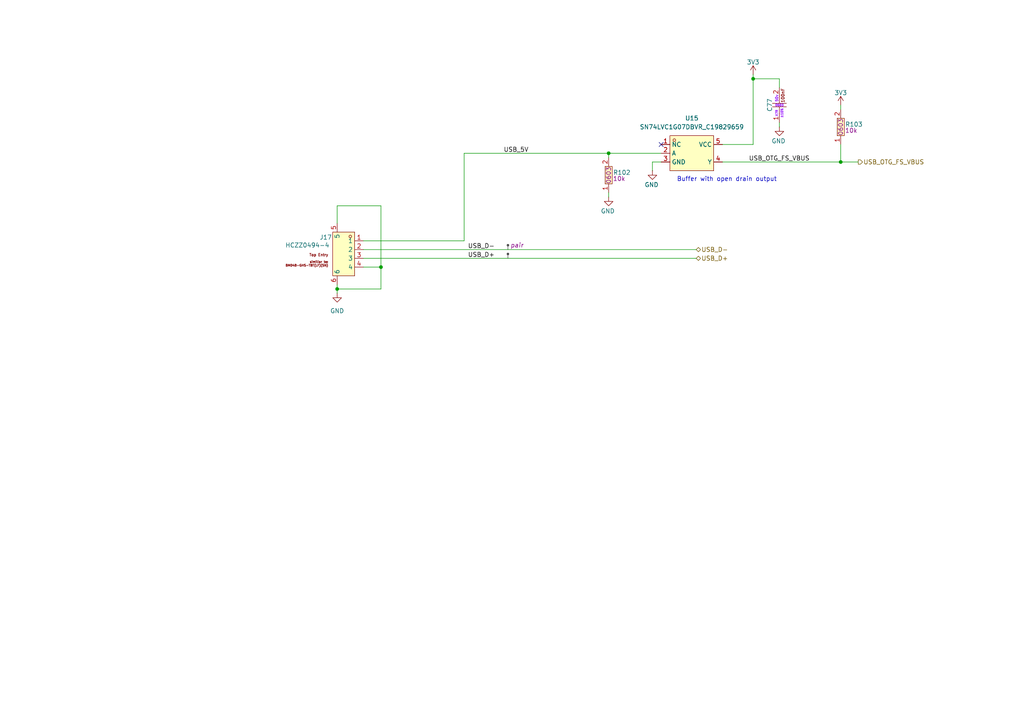
<source format=kicad_sch>
(kicad_sch (version 20250114) (generator "eeschema") (generator_version "9.0")
  (paper "A4")
  (lib_symbols
    (symbol "easyeda2kicad:0603WAF1002T5E" (pin_names (hide yes))
      (property "Reference" "R" (at 0 5.08 0))
      (property "Value" "0603WAF1002T5E" (at 0 -5.08 0))
      (symbol "0603WAF1002T5E_0_1"
        (rectangle (start -2.54 1.02) (end 2.54 -1.02) (fill (type background)))
        (pin input line (at -5.08 0 0) (length 2.54) (name "1") (number "1"))
        (pin input line (at 5.08 0 180) (length 2.54) (name "2") (number "2"))
      )
    )
    (symbol "easyeda_lampel:HCZZ0494-4"
      (property "Reference" "J" (at 7.112 4.826 0))
      (property "Value" "HCZZ0494-4" (at 12.446 2.54 0))
      (symbol "HCZZ0494-4_0_1"
        (rectangle (start -1.27 6.35) (end 5.08 -6.35) (fill (type background)))
        (circle (center 0 5.08) (radius 0.38))
        (pin unspecified line (at -3.81 3.81 0) (length 2.54) (name "1") (number "1"))
        (pin unspecified line (at -3.81 1.27 0) (length 2.54) (name "2") (number "2"))
        (pin unspecified line (at -3.81 -1.27 0) (length 2.54) (name "3") (number "3"))
        (pin unspecified line (at -3.81 -3.81 0) (length 2.54) (name "4") (number "4"))
        (pin unspecified line (at 3.81 8.89 270) (length 2.54) (name "5") (number "5"))
        (pin unspecified line (at 3.81 -8.89 90) (length 2.54) (name "6") (number "6"))
      )
      (symbol "HCZZ0494-4_1_1"
        (text "Top Entry" (at 6.35 -0.254 0) (effects (font (size 0.762 0.762)) (justify left)))
        (text "similiar to:\nBM04B-GHS-TBT(LF)(SN)" (at 6.35 -2.794 0) (effects (font (size 0.635 0.635)) (justify left)))
      )
    )
    (symbol "lampelKicadLIB:CC0603KRX7R9BB104 (100nf , 0603 ,50v ,X7R)"
      (property "Reference" "C" (at 0 2.794 0))
      (symbol "CC0603KRX7R9BB104 (100nf , 0603 ,50v ,X7R)_0_1"
        (polyline (pts (xy -0.51 0) (xy -2.54 0)))
        (polyline (pts (xy -0.51 -2.03) (xy -0.51 2.03)))
        (polyline (pts (xy 0.51 2.03) (xy 0.51 -2.03)))
        (polyline (pts (xy 2.54 0) (xy 0.51 0)))
        (pin unspecified line (at -5.08 0 0) (length 2.54) (name "") (number "1"))
        (pin unspecified line (at 5.08 0 180) (length 2.54) (name "") (number "2"))
      )
      (symbol "CC0603KRX7R9BB104 (100nf , 0603 ,50v ,X7R)_1_1"
        (text "X7R" (at -2.286 0.762 0) (effects (font (size 0.635 0.635))))
        (text "±10%" (at -2.286 -0.762 0) (effects (font (size 0.635 0.635))))
        (text "0603" (at 0 0 900) (effects (font (size 0.635 0.635))))
        (text "50v" (at 2.032 0.762 0) (effects (font (size 0.762 0.762))))
        (text "100nF" (at 2.794 -1.016 0) (effects (font (size 0.889 0.889))))
      )
    )
    (symbol "lampelKicadLIB:SN74LVC1G07DBVR_C19829659"
      (property "Reference" "U" (at 0 7.62 0))
      (property "Value" "SN74LVC1G07DBVR_C19829659" (at 0 -7.62 0))
      (symbol "SN74LVC1G07DBVR_C19829659_0_1"
        (rectangle (start -7.62 5.08) (end 5.08 -5.08) (fill (type background)))
        (circle (center -6.35 3.81) (radius 0.38))
        (pin unspecified line (at -10.16 2.54 0) (length 2.54) (name "NC") (number "1"))
        (pin unspecified line (at -10.16 0 0) (length 2.54) (name "A") (number "2"))
        (pin unspecified line (at -10.16 -2.54 0) (length 2.54) (name "GND") (number "3"))
        (pin unspecified line (at 7.62 2.54 180) (length 2.54) (name "VCC") (number "5"))
        (pin unspecified line (at 7.62 -2.54 180) (length 2.54) (name "Y") (number "4"))
      )
    )
    (symbol "power:GND" (power) (pin_numbers (hide yes)) (pin_names (offset 0) (hide yes))
      (property "Value" "GND" (at 0 -3.81 0))
      (symbol "GND_0_1"
        (polyline (pts (xy 0 0) (xy 0 -1.27) (xy 1.27 -1.27) (xy 0 -2.54) (xy -1.27 -1.27) (xy 0 -1.27)))
      )
      (symbol "GND_1_1"
        (pin power_in line (at 0 0 270) (length 0) (name "~") (number "1"))
      )
    )
    (symbol "power:VDD" (power) (pin_numbers (hide yes)) (pin_names (offset 0) (hide yes))
      (property "Value" "VDD" (at 0 3.556 0))
      (symbol "VDD_0_1"
        (polyline (pts (xy -0.762 1.27) (xy 0 2.54)))
        (polyline (pts (xy 0 2.54) (xy 0.762 1.27)))
        (polyline (pts (xy 0 0) (xy 0 2.54)))
      )
      (symbol "VDD_1_1"
        (pin power_in line (at 0 0 90) (length 0) (name "~") (number "1"))
      )
    )
  )
  (text "Buffer with open drain output" (at 210.82 52.07 0) (effects (font (size 1.27 1.27))))
  (junction (at 97.79 83.82))
  (junction (at 243.84 46.99))
  (junction (at 110.49 77.47))
  (junction (at 218.44 22.86))
  (junction (at 176.53 44.45))
  (no_connect (at 191.77 41.91))
  (wire (pts (xy 110.49 59.69) (xy 110.49 77.47)))
  (wire (pts (xy 105.41 72.39) (xy 201.93 72.39)))
  (wire (pts (xy 97.79 64.77) (xy 97.79 59.69)))
  (wire (pts (xy 176.53 44.45) (xy 176.53 45.72)))
  (wire (pts (xy 226.06 36.83) (xy 226.06 35.56)))
  (wire (pts (xy 209.55 41.91) (xy 218.44 41.91)))
  (wire (pts (xy 105.41 74.93) (xy 201.93 74.93)))
  (wire (pts (xy 176.53 57.15) (xy 176.53 55.88)))
  (wire (pts (xy 226.06 22.86) (xy 218.44 22.86)))
  (wire (pts (xy 218.44 41.91) (xy 218.44 22.86)))
  (wire (pts (xy 226.06 25.4) (xy 226.06 22.86)))
  (wire (pts (xy 209.55 46.99) (xy 243.84 46.99)))
  (wire (pts (xy 189.23 46.99) (xy 189.23 49.53)))
  (wire (pts (xy 97.79 85.09) (xy 97.79 83.82)))
  (wire (pts (xy 105.41 77.47) (xy 110.49 77.47)))
  (wire (pts (xy 97.79 59.69) (xy 110.49 59.69)))
  (wire (pts (xy 110.49 83.82) (xy 97.79 83.82)))
  (wire (pts (xy 191.77 46.99) (xy 189.23 46.99)))
  (wire (pts (xy 218.44 22.86) (xy 218.44 21.59)))
  (wire (pts (xy 105.41 69.85) (xy 134.62 69.85)))
  (wire (pts (xy 243.84 41.91) (xy 243.84 46.99)))
  (wire (pts (xy 97.79 83.82) (xy 97.79 82.55)))
  (wire (pts (xy 191.77 44.45) (xy 176.53 44.45)))
  (wire (pts (xy 243.84 30.48) (xy 243.84 31.75)))
  (wire (pts (xy 176.53 44.45) (xy 134.62 44.45)))
  (wire (pts (xy 243.84 46.99) (xy 248.92 46.99)))
  (wire (pts (xy 110.49 77.47) (xy 110.49 83.82)))
  (wire (pts (xy 134.62 44.45) (xy 134.62 69.85)))
  (label "USB_D-" (at 143.51 72.39 180))
  (label "USB_OTG_FS_VBUS" (at 217.17 46.99 0))
  (label "USB_5V" (at 146.05 44.45 0))
  (label "USB_D+" (at 143.51 74.93 180))
  (hierarchical_label "USB_D+" (shape bidirectional) (at 201.93 74.93 0))
  (hierarchical_label "USB_OTG_FS_VBUS" (shape output) (at 248.92 46.99 0))
  (hierarchical_label "USB_D-" (shape bidirectional) (at 201.93 72.39 0))
  (netclass_flag "" (length 1.27) (shape dot) (at 147.32 74.93 0) (property "Netclass" "pair" (effects (hide yes))))
  (netclass_flag "" (length 1.27) (shape dot) (at 147.32 72.39 0) (property "Netclass" "pair" (at 148.0185 71.12 0) (effects (font (italic yes)) (justify left))))
  (symbol (lib_id "power:VDD") (at 218.44 21.59 0) (mirror y) (unit 1)
    (property "Reference" "#PWR0213" (effects (hide yes)))
    (property "Value" "3V3" (at 218.44 18.034 0))
    (property "Description" "Power symbol creates a global label with name \"VDD\"" (effects (hide yes)))
  )
  (symbol (lib_id "power:GND") (at 176.53 57.15 0) (mirror y) (unit 1)
    (property "Reference" "#PWR0211" (effects (hide yes)))
    (property "Value" "GND" (at 176.276 61.214 0))
    (property "Description" "Power symbol creates a global label with name \"GND\" , ground" (effects (hide yes)))
  )
  (symbol (lib_id "power:GND") (at 189.23 49.53 0) (mirror y) (unit 1)
    (property "Reference" "#PWR0212" (effects (hide yes)))
    (property "Value" "GND" (at 188.976 53.594 0))
    (property "Description" "Power symbol creates a global label with name \"GND\" , ground" (effects (hide yes)))
  )
  (symbol (lib_id "lampelKicadLIB:CC0603KRX7R9BB104 (100nf , 0603 ,50v ,X7R)") (at 226.06 30.48 90) (unit 1)
    (property "Reference" "C77" (at 223.266 30.48 0))
    (property "Value" "CC0603KRX7R9BB104 (100nf , 0603 ,50v ,X7R)" (effects (hide yes)))
    (property "Footprint" "easyeda2kicad:C0603" (effects (hide yes)))
    (property "Datasheet" "https://lcsc.com/product-detail/Multilayer-Ceramic-Capacitors-MLCC-SMD-SMT_100nF-104-10-50V_C14663.html" (effects (hide yes)))
    (property "Description" "100nF ±10% 50V Ceramic Capacitor X7R 0603" (effects (hide yes)))
    (property "LCSC Part" "C14663" (effects (hide yes)))
  )
  (symbol (lib_id "power:GND") (at 226.06 36.83 0) (mirror y) (unit 1)
    (property "Reference" "#PWR0214" (effects (hide yes)))
    (property "Value" "GND" (at 225.806 40.894 0))
    (property "Description" "Power symbol creates a global label with name \"GND\" , ground" (effects (hide yes)))
  )
  (symbol (lib_id "lampelKicadLIB:SN74LVC1G07DBVR_C19829659") (at 201.93 44.45 0) (unit 1)
    (property "Reference" "U15" (at 200.66 34.29 0))
    (property "Value" "SN74LVC1G07DBVR_C19829659" (at 200.66 36.83 0))
    (property "Footprint" "easyeda2kicad:SOT-23-5_L3.0-W1.5-P0.95-LS2.8-BL" (effects (hide yes)))
    (property "Datasheet" "https://www.lcsc.com/product-detail/C19829659.html" (effects (hide yes)))
    (property "Description" "10uA 1.65V~5.5V 8ns@3.3V,50pF SOT-23-5 Gates and Inverters" (effects (hide yes)))
    (property "LCSC Part" "C19829659" (effects (hide yes)))
  )
  (symbol (lib_id "power:GND") (at 97.79 85.09 0) (unit 1)
    (property "Reference" "#PWR0201" (effects (hide yes)))
    (property "Value" "GND" (at 97.79 90.17 0))
  )
  (symbol (lib_id "easyeda2kicad:0603WAF1002T5E") (at 176.53 50.8 90) (unit 1)
    (property "Reference" "R102" (at 177.8 50.038 90) (effects (justify right)))
    (property "Value" "0603WAF1002T5E" (effects (hide yes)))
    (property "Footprint" "easyeda2kicad:R0603" (effects (hide yes)))
    (property "Datasheet" "https://lcsc.com/product-detail/Chip-Resistor-Surface-Mount-UniOhm_10KR-1002-1_C25804.html" (effects (hide yes)))
    (property "Description" "10k" (at 179.578 51.816 90))
    (property "LCSC Part" "C25804" (effects (hide yes)))
    (property "Field6" "0603" (at 176.53 50.8 0))
  )
  (symbol (lib_id "easyeda2kicad:0603WAF1002T5E") (at 243.84 36.83 90) (unit 1)
    (property "Reference" "R103" (at 245.11 36.068 90) (effects (justify right)))
    (property "Value" "0603WAF1002T5E" (effects (hide yes)))
    (property "Footprint" "easyeda2kicad:R0603" (effects (hide yes)))
    (property "Datasheet" "https://lcsc.com/product-detail/Chip-Resistor-Surface-Mount-UniOhm_10KR-1002-1_C25804.html" (effects (hide yes)))
    (property "Description" "10k" (at 246.888 37.846 90))
    (property "LCSC Part" "C25804" (effects (hide yes)))
    (property "Field6" "0603" (at 243.84 36.83 0))
  )
  (symbol (lib_id "power:VDD") (at 243.84 30.48 0) (mirror y) (unit 1)
    (property "Reference" "#PWR0215" (effects (hide yes)))
    (property "Value" "3V3" (at 243.84 26.924 0))
    (property "Description" "Power symbol creates a global label with name \"VDD\"" (effects (hide yes)))
  )
  (symbol (lib_id "easyeda_lampel:HCZZ0494-4") (at 101.6 73.66 0) (mirror y) (unit 1)
    (property "Reference" "J17" (at 94.488 68.834 0))
    (property "Value" "HCZZ0494-4" (at 89.154 71.12 0))
    (property "Footprint" "easyeda2kicad:CONN-SMD_4P-P1.25_BM04B-GHS-TBT-LF-SN" (effects (hide yes)))
    (property "Description" "Connector Header 4 position 1.25mm Pitch 1A Surface Mount,Vertical -25℃~+85℃" (effects (hide yes)))
    (property "LCSC Part" "C7433500" (effects (hide yes)))
  )
)
</source>
